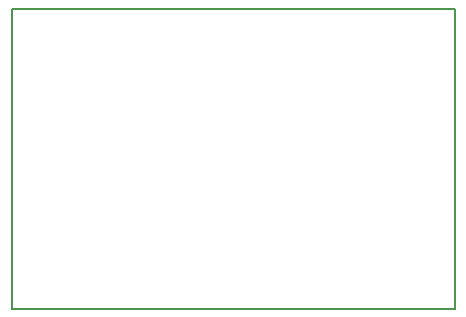
<source format=gbr>
G04 #@! TF.FileFunction,Profile,NP*
%FSLAX46Y46*%
G04 Gerber Fmt 4.6, Leading zero omitted, Abs format (unit mm)*
G04 Created by KiCad (PCBNEW 4.0.7) date 11/30/17 15:23:44*
%MOMM*%
%LPD*%
G01*
G04 APERTURE LIST*
%ADD10C,0.100000*%
%ADD11C,0.150000*%
G04 APERTURE END LIST*
D10*
D11*
X130810000Y-77470000D02*
X130810000Y-102870000D01*
X168275000Y-77470000D02*
X130810000Y-77470000D01*
X168275000Y-102870000D02*
X168275000Y-77470000D01*
X130810000Y-102870000D02*
X168275000Y-102870000D01*
M02*

</source>
